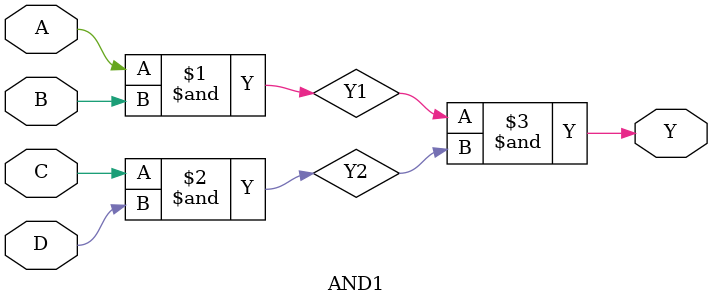
<source format=sv>
module AND1(input logic  A, B, C, D,
    output logic Y);
logic Y1, Y2;

assign Y1 = A & B;
assign Y2 = C & D;
assign Y = Y1 & Y2;

endmodule 
</source>
